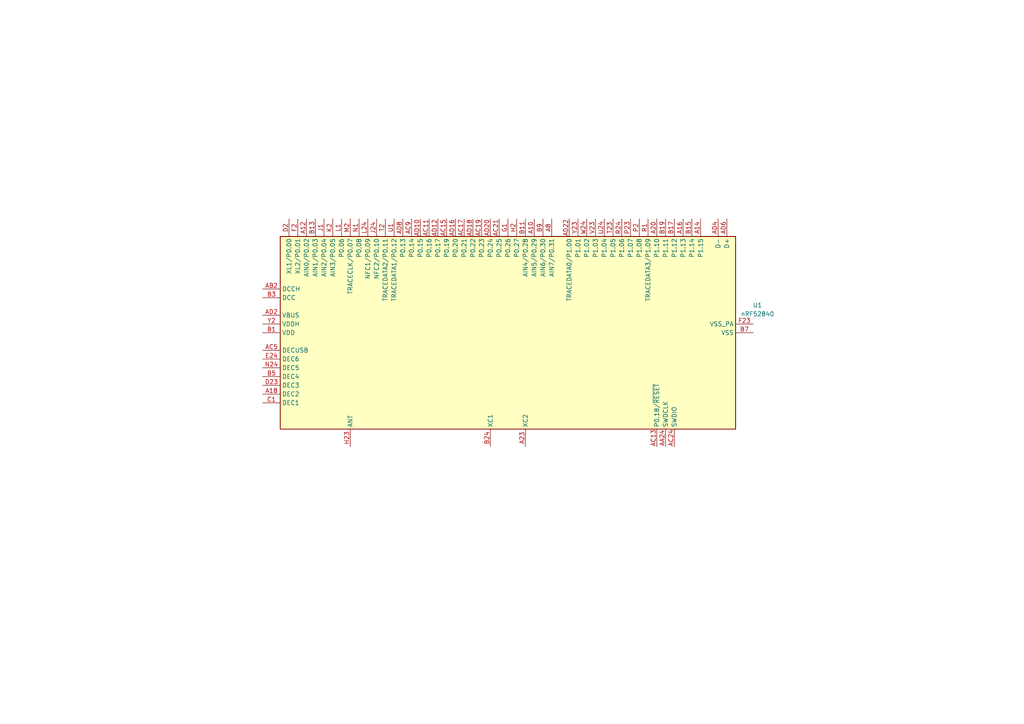
<source format=kicad_sch>
(kicad_sch (version 20250114) (generator "eeschema") (generator_version "9.0")
  (paper "A4")
  (lib_symbols
    (symbol "MCU_Nordic:nRF52840"
      (property "Reference" "U" (at 0 5.08 0))
      (property "Value" "nRF52840" (at 0 2.54 0))
      (symbol "nRF52840_0_1"
        (rectangle (start -27.94 66.04) (end 27.94 -66.04) (stroke (width 0.254)) (fill (type background)))
      )
      (symbol "nRF52840_1_1"
        (pin passive line (at -33.02 45.72 0) (length 5.08) (name "ANT") (number "H23"))
        (pin input line (at -33.02 5.08 0) (length 5.08) (name "XC1") (number "B24"))
        (pin input line (at -33.02 -5.08 0) (length 5.08) (name "XC2") (number "A23"))
        (pin bidirectional line (at -33.02 -43.18 0) (length 5.08) (name "P0.18/~{RESET}") (number "AC13"))
        (pin input line (at -33.02 -45.72 0) (length 5.08) (name "SWDCLK") (number "AA24"))
        (pin bidirectional line (at -33.02 -48.26 0) (length 5.08) (name "SWDIO") (number "AC24"))
        (pin passive line (at -20.32 71.12 270) (length 5.08) (name "DEC1") (number "C1"))
        (pin passive line (at -17.78 71.12 270) (length 5.08) (name "DEC2") (number "A18"))
        (pin passive line (at -15.24 71.12 270) (length 5.08) (name "DEC3") (number "D23"))
        (pin passive line (at -12.7 71.12 270) (length 5.08) (name "DEC4") (number "B5"))
        (pin passive line (at -10.16 71.12 270) (length 5.08) (name "DEC5") (number "N24"))
        (pin passive line (at -7.62 71.12 270) (length 5.08) (name "DEC6") (number "E24"))
        (pin passive line (at -5.08 71.12 270) (length 5.08) (name "DECUSB") (number "AC5"))
        (pin passive line (at 0 71.12 270) (length 5.08) (hide yes) (name "VDD") (number "A22"))
        (pin passive line (at 0 71.12 270) (length 5.08) (hide yes) (name "VDD") (number "AD14"))
        (pin passive line (at 0 71.12 270) (length 5.08) (hide yes) (name "VDD") (number "AD23"))
        (pin power_in line (at 0 71.12 270) (length 5.08) (name "VDD") (number "B1"))
        (pin passive line (at 0 71.12 270) (length 5.08) (hide yes) (name "VDD") (number "W1"))
        (pin power_in line (at 0 -71.12 90) (length 5.08) (name "VSS") (number "B7"))
        (pin passive line (at 0 -71.12 90) (length 5.08) (hide yes) (name "VSS") (number "EP"))
        (pin power_in line (at 2.54 71.12 270) (length 5.08) (name "VDDH") (number "Y2"))
        (pin power_in line (at 2.54 -71.12 90) (length 5.08) (name "VSS_PA") (number "F23"))
        (pin power_in line (at 5.08 71.12 270) (length 5.08) (name "VBUS") (number "AD2"))
        (pin power_out line (at 10.16 71.12 270) (length 5.08) (name "DCC") (number "B3"))
        (pin power_out line (at 12.7 71.12 270) (length 5.08) (name "DCCH") (number "AB2"))
        (pin bidirectional line (at 33.02 63.5 180) (length 5.08) (name "XL1/P0.00") (number "D2"))
        (pin bidirectional line (at 33.02 60.96 180) (length 5.08) (name "XL2/P0.01") (number "F2"))
        (pin bidirectional line (at 33.02 58.42 180) (length 5.08) (name "AIN0/P0.02") (number "A12"))
        (pin bidirectional line (at 33.02 55.88 180) (length 5.08) (name "AIN1/P0.03") (number "B13"))
        (pin bidirectional line (at 33.02 53.34 180) (length 5.08) (name "AIN2/P0.04") (number "J1"))
        (pin bidirectional line (at 33.02 50.8 180) (length 5.08) (name "AIN3/P0.05") (number "K2"))
        (pin bidirectional line (at 33.02 48.26 180) (length 5.08) (name "P0.06") (number "L1"))
        (pin bidirectional line (at 33.02 45.72 180) (length 5.08) (name "TRACECLK/P0.07") (number "M2"))
        (pin bidirectional line (at 33.02 43.18 180) (length 5.08) (name "P0.08") (number "N1"))
        (pin bidirectional line (at 33.02 40.64 180) (length 5.08) (name "NFC1/P0.09") (number "L24"))
        (pin bidirectional line (at 33.02 38.1 180) (length 5.08) (name "NFC2/P0.10") (number "J24"))
        (pin bidirectional line (at 33.02 35.56 180) (length 5.08) (name "TRACEDATA2/P0.11") (number "T2"))
        (pin bidirectional line (at 33.02 33.02 180) (length 5.08) (name "TRACEDATA1/P0.12") (number "U1"))
        (pin bidirectional line (at 33.02 30.48 180) (length 5.08) (name "P0.13") (number "AD8"))
        (pin bidirectional line (at 33.02 27.94 180) (length 5.08) (name "P0.14") (number "AC9"))
        (pin bidirectional line (at 33.02 25.4 180) (length 5.08) (name "P0.15") (number "AD10"))
        (pin bidirectional line (at 33.02 22.86 180) (length 5.08) (name "P0.16") (number "AC11"))
        (pin bidirectional line (at 33.02 20.32 180) (length 5.08) (name "P0.17") (number "AD12"))
        (pin bidirectional line (at 33.02 17.78 180) (length 5.08) (name "P0.19") (number "AC15"))
        (pin bidirectional line (at 33.02 15.24 180) (length 5.08) (name "P0.20") (number "AD16"))
        (pin bidirectional line (at 33.02 12.7 180) (length 5.08) (name "P0.21") (number "AC17"))
        (pin bidirectional line (at 33.02 10.16 180) (length 5.08) (name "P0.22") (number "AD18"))
        (pin bidirectional line (at 33.02 7.62 180) (length 5.08) (name "P0.23") (number "AC19"))
        (pin bidirectional line (at 33.02 5.08 180) (length 5.08) (name "P0.24") (number "AD20"))
        (pin bidirectional line (at 33.02 2.54 180) (length 5.08) (name "P0.25") (number "AC21"))
        (pin bidirectional line (at 33.02 0 180) (length 5.08) (name "P0.26") (number "G1"))
        (pin bidirectional line (at 33.02 -2.54 180) (length 5.08) (name "P0.27") (number "H2"))
        (pin bidirectional line (at 33.02 -5.08 180) (length 5.08) (name "AIN4/P0.28") (number "B11"))
        (pin bidirectional line (at 33.02 -7.62 180) (length 5.08) (name "AIN5/P0.29") (number "A10"))
        (pin bidirectional line (at 33.02 -10.16 180) (length 5.08) (name "AIN6/P0.30") (number "B9"))
        (pin bidirectional line (at 33.02 -12.7 180) (length 5.08) (name "AIN7/P0.31") (number "A8"))
        (pin bidirectional line (at 33.02 -17.78 180) (length 5.08) (name "TRACEDATA0/P1.00") (number "AD22"))
        (pin bidirectional line (at 33.02 -20.32 180) (length 5.08) (name "P1.01") (number "Y23"))
        (pin bidirectional line (at 33.02 -22.86 180) (length 5.08) (name "P1.02") (number "W24"))
        (pin bidirectional line (at 33.02 -25.4 180) (length 5.08) (name "P1.03") (number "V23"))
        (pin bidirectional line (at 33.02 -27.94 180) (length 5.08) (name "P1.04") (number "U24"))
        (pin bidirectional line (at 33.02 -30.48 180) (length 5.08) (name "P1.05") (number "T23"))
        (pin bidirectional line (at 33.02 -33.02 180) (length 5.08) (name "P1.06") (number "R24"))
        (pin bidirectional line (at 33.02 -35.56 180) (length 5.08) (name "P1.07") (number "P23"))
        (pin bidirectional line (at 33.02 -38.1 180) (length 5.08) (name "P1.08") (number "P2"))
        (pin bidirectional line (at 33.02 -40.64 180) (length 5.08) (name "TRACEDATA3/P1.09") (number "R1"))
        (pin bidirectional line (at 33.02 -43.18 180) (length 5.08) (name "P1.10") (number "A20"))
        (pin bidirectional line (at 33.02 -45.72 180) (length 5.08) (name "P1.11") (number "B19"))
        (pin bidirectional line (at 33.02 -48.26 180) (length 5.08) (name "P1.12") (number "B17"))
        (pin bidirectional line (at 33.02 -50.8 180) (length 5.08) (name "P1.13") (number "A16"))
        (pin bidirectional line (at 33.02 -53.34 180) (length 5.08) (name "P1.14") (number "B15"))
        (pin bidirectional line (at 33.02 -55.88 180) (length 5.08) (name "P1.15") (number "A14"))
        (pin bidirectional line (at 33.02 -60.96 180) (length 5.08) (name "D-") (number "AD4"))
        (pin bidirectional line (at 33.02 -63.5 180) (length 5.08) (name "D+") (number "AD6"))
      )
    )
  )
  (symbol (lib_id "MCU_Nordic:nRF52840") (at 147.32 96.52 90) (unit 1)
    (property "Reference" "U1" (at 219.71 88.5346 90))
    (property "Value" "nRF52840" (at 219.71 91.0746 90))
    (property "Footprint" "Package_DFN_QFN:Nordic_AQFN-73-1EP_7x7mm_P0.5mm" (effects (hide yes)))
    (property "Datasheet" "http://infocenter.nordicsemi.com/topic/com.nordic.infocenter.nrf52/dita/nrf52/chips/nrf52840.html" (effects (hide yes)))
    (property "Description" "Multiprotocol BLE/ANT/2.4 GHz/802.15.4 Cortex-M4F SoC, AQFN-73" (effects (hide yes)))
  )
)
</source>
